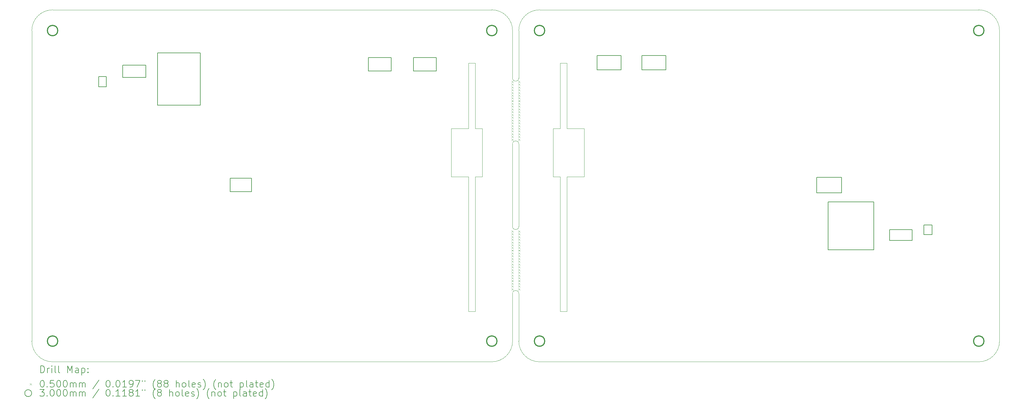
<source format=gbr>
%TF.GenerationSoftware,KiCad,Pcbnew,(6.0.9-0)*%
%TF.CreationDate,2022-12-15T09:10:32+08:00*%
%TF.ProjectId,3.1HeatingElement,332e3148-6561-4746-996e-67456c656d65,rev?*%
%TF.SameCoordinates,Original*%
%TF.FileFunction,Drillmap*%
%TF.FilePolarity,Positive*%
%FSLAX45Y45*%
G04 Gerber Fmt 4.5, Leading zero omitted, Abs format (unit mm)*
G04 Created by KiCad (PCBNEW (6.0.9-0)) date 2022-12-15 09:10:32*
%MOMM*%
%LPD*%
G01*
G04 APERTURE LIST*
%ADD10C,0.050000*%
%ADD11C,0.150000*%
%ADD12C,0.100000*%
%ADD13C,0.200000*%
%ADD14C,0.300000*%
G04 APERTURE END LIST*
D10*
X14720000Y-10980000D02*
G75*
G03*
X14900000Y-10980000I90000J0D01*
G01*
D11*
X2754440Y-6930000D02*
X2974440Y-6930000D01*
X2974440Y-6930000D02*
X2974440Y-6630000D01*
X2974440Y-6630000D02*
X2754440Y-6630000D01*
X2754440Y-6630000D02*
X2754440Y-6930000D01*
D10*
X14720000Y-6680000D02*
G75*
G03*
X14900000Y-6680000I90000J0D01*
G01*
D12*
X14120000Y-14900000D02*
G75*
G03*
X14720000Y-14300000I0J600000D01*
G01*
D11*
X6554440Y-9970000D02*
X7174440Y-9970000D01*
X7174440Y-9970000D02*
X7174440Y-9580000D01*
X7174440Y-9580000D02*
X6554440Y-9580000D01*
X6554440Y-9580000D02*
X6554440Y-9970000D01*
D10*
X16294440Y-9540000D02*
X16294440Y-13440000D01*
X12944440Y-8140000D02*
X13444440Y-8140000D01*
X13444440Y-13440000D02*
X13444440Y-9540000D01*
D11*
X17165000Y-6440000D02*
X17855000Y-6440000D01*
X17855000Y-6440000D02*
X17855000Y-6020000D01*
X17855000Y-6020000D02*
X17165000Y-6020000D01*
X17165000Y-6020000D02*
X17165000Y-6440000D01*
D10*
X13444440Y-6240000D02*
X13644440Y-6240000D01*
X28200000Y-14900000D02*
X15500000Y-14900000D01*
D12*
X14720000Y-5300000D02*
G75*
G03*
X14120000Y-4700000I-600000J0D01*
G01*
D10*
X14900000Y-12920000D02*
G75*
G03*
X14720000Y-12920000I-90000J0D01*
G01*
D11*
X10554440Y-6470000D02*
X11214440Y-6470000D01*
X11214440Y-6470000D02*
X11214440Y-6080000D01*
X11214440Y-6080000D02*
X10554440Y-6080000D01*
X10554440Y-6080000D02*
X10554440Y-6470000D01*
D10*
X14900000Y-8585000D02*
X14900000Y-10980000D01*
D11*
X18460000Y-6440000D02*
X19150000Y-6440000D01*
X19150000Y-6440000D02*
X19150000Y-6020000D01*
X19150000Y-6020000D02*
X18460000Y-6020000D01*
X18460000Y-6020000D02*
X18460000Y-6440000D01*
D10*
X12944440Y-9540000D02*
X12944440Y-8140000D01*
X16294440Y-13440000D02*
X16094440Y-13440000D01*
X28800000Y-5300000D02*
X28800000Y-14300000D01*
X14720000Y-12920000D02*
X14720000Y-14300000D01*
D12*
X15500000Y-4700000D02*
G75*
G03*
X14900000Y-5300000I0J-600000D01*
G01*
D10*
X13844440Y-9540000D02*
X13644440Y-9540000D01*
X15894440Y-8140000D02*
X16094440Y-8140000D01*
X16794440Y-8140000D02*
X16794440Y-9540000D01*
X820000Y-5300000D02*
X820000Y-14300000D01*
D12*
X14900000Y-14300000D02*
G75*
G03*
X15500000Y-14900000I600000J0D01*
G01*
X1420000Y-4700000D02*
G75*
G03*
X820000Y-5300000I0J-600000D01*
G01*
D10*
X13644440Y-6240000D02*
X13644440Y-8140000D01*
D11*
X23510000Y-10000000D02*
X24230000Y-10000000D01*
X24230000Y-10000000D02*
X24230000Y-9550000D01*
X24230000Y-9550000D02*
X23510000Y-9550000D01*
X23510000Y-9550000D02*
X23510000Y-10000000D01*
X23847749Y-11651091D02*
X25167749Y-11651091D01*
X25167749Y-11651091D02*
X25167749Y-10261091D01*
X25167749Y-10261091D02*
X23847749Y-10261091D01*
X23847749Y-10261091D02*
X23847749Y-11651091D01*
D10*
X14720000Y-6680000D02*
X14720000Y-5300000D01*
X1420000Y-4700000D02*
X14120000Y-4700000D01*
X15894440Y-9540000D02*
X15894440Y-8140000D01*
X1420000Y-14900000D02*
X14120000Y-14900000D01*
D11*
X25620000Y-11380000D02*
X26270000Y-11380000D01*
X26270000Y-11380000D02*
X26270000Y-11070000D01*
X26270000Y-11070000D02*
X25620000Y-11070000D01*
X25620000Y-11070000D02*
X25620000Y-11380000D01*
D10*
X13444440Y-9540000D02*
X12944440Y-9540000D01*
X13644440Y-8140000D02*
X13844440Y-8140000D01*
D11*
X4454440Y-5950000D02*
X5694440Y-5950000D01*
X5694440Y-5950000D02*
X5694440Y-7460000D01*
X5694440Y-7460000D02*
X4454440Y-7460000D01*
X4454440Y-7460000D02*
X4454440Y-5950000D01*
D12*
X28800000Y-5300000D02*
G75*
G03*
X28200000Y-4700000I-600000J0D01*
G01*
D11*
X3444440Y-6660000D02*
X4114440Y-6660000D01*
X4114440Y-6660000D02*
X4114440Y-6300000D01*
X4114440Y-6300000D02*
X3444440Y-6300000D01*
X3444440Y-6300000D02*
X3444440Y-6660000D01*
D10*
X16294440Y-6240000D02*
X16294440Y-8140000D01*
X16094440Y-9540000D02*
X15894440Y-9540000D01*
X14900000Y-5300000D02*
X14900000Y-6680000D01*
X16794440Y-9540000D02*
X16294440Y-9540000D01*
X13444440Y-8140000D02*
X13444440Y-6240000D01*
X13644440Y-9540000D02*
X13644440Y-13440000D01*
D12*
X820000Y-14300000D02*
G75*
G03*
X1420000Y-14900000I600000J0D01*
G01*
D10*
X16094440Y-8140000D02*
X16094440Y-6240000D01*
D12*
X28200000Y-14900000D02*
G75*
G03*
X28800000Y-14300000I0J600000D01*
G01*
D10*
X16094440Y-6240000D02*
X16294440Y-6240000D01*
X16094440Y-13440000D02*
X16094440Y-9540000D01*
X14900000Y-12920000D02*
X14900000Y-14300000D01*
D11*
X11854440Y-6470000D02*
X12514440Y-6470000D01*
X12514440Y-6470000D02*
X12514440Y-6080000D01*
X12514440Y-6080000D02*
X11854440Y-6080000D01*
X11854440Y-6080000D02*
X11854440Y-6470000D01*
D10*
X13844440Y-8140000D02*
X13844440Y-9540000D01*
X16294440Y-8140000D02*
X16794440Y-8140000D01*
X14900000Y-8585000D02*
G75*
G03*
X14720000Y-8585000I-90000J0D01*
G01*
D11*
X26610000Y-11210000D02*
X26850000Y-11210000D01*
X26850000Y-11210000D02*
X26850000Y-10930000D01*
X26850000Y-10930000D02*
X26610000Y-10930000D01*
X26610000Y-10930000D02*
X26610000Y-11210000D01*
D10*
X14720000Y-8585000D02*
X14720000Y-10980000D01*
X28200000Y-4700000D02*
X15500000Y-4700000D01*
X13644440Y-13440000D02*
X13444440Y-13440000D01*
D13*
D10*
X14689440Y-6760000D02*
X14739440Y-6810000D01*
X14739440Y-6760000D02*
X14689440Y-6810000D01*
X14689440Y-6840000D02*
X14739440Y-6890000D01*
X14739440Y-6840000D02*
X14689440Y-6890000D01*
X14689440Y-6920000D02*
X14739440Y-6970000D01*
X14739440Y-6920000D02*
X14689440Y-6970000D01*
X14689440Y-7000000D02*
X14739440Y-7050000D01*
X14739440Y-7000000D02*
X14689440Y-7050000D01*
X14689440Y-7080000D02*
X14739440Y-7130000D01*
X14739440Y-7080000D02*
X14689440Y-7130000D01*
X14689440Y-7160000D02*
X14739440Y-7210000D01*
X14739440Y-7160000D02*
X14689440Y-7210000D01*
X14689440Y-7235000D02*
X14739440Y-7285000D01*
X14739440Y-7235000D02*
X14689440Y-7285000D01*
X14689440Y-7315000D02*
X14739440Y-7365000D01*
X14739440Y-7315000D02*
X14689440Y-7365000D01*
X14689440Y-7395000D02*
X14739440Y-7445000D01*
X14739440Y-7395000D02*
X14689440Y-7445000D01*
X14689440Y-7475000D02*
X14739440Y-7525000D01*
X14739440Y-7475000D02*
X14689440Y-7525000D01*
X14689440Y-7555000D02*
X14739440Y-7605000D01*
X14739440Y-7555000D02*
X14689440Y-7605000D01*
X14689440Y-7635000D02*
X14739440Y-7685000D01*
X14739440Y-7635000D02*
X14689440Y-7685000D01*
X14689440Y-7715000D02*
X14739440Y-7765000D01*
X14739440Y-7715000D02*
X14689440Y-7765000D01*
X14689440Y-7795000D02*
X14739440Y-7845000D01*
X14739440Y-7795000D02*
X14689440Y-7845000D01*
X14689440Y-7875000D02*
X14739440Y-7925000D01*
X14739440Y-7875000D02*
X14689440Y-7925000D01*
X14689440Y-7955000D02*
X14739440Y-8005000D01*
X14739440Y-7955000D02*
X14689440Y-8005000D01*
X14689440Y-8035000D02*
X14739440Y-8085000D01*
X14739440Y-8035000D02*
X14689440Y-8085000D01*
X14689440Y-8115000D02*
X14739440Y-8165000D01*
X14739440Y-8115000D02*
X14689440Y-8165000D01*
X14689440Y-8195000D02*
X14739440Y-8245000D01*
X14739440Y-8195000D02*
X14689440Y-8245000D01*
X14689440Y-8275000D02*
X14739440Y-8325000D01*
X14739440Y-8275000D02*
X14689440Y-8325000D01*
X14689440Y-8355000D02*
X14739440Y-8405000D01*
X14739440Y-8355000D02*
X14689440Y-8405000D01*
X14689440Y-8435000D02*
X14739440Y-8485000D01*
X14739440Y-8435000D02*
X14689440Y-8485000D01*
X14689440Y-11095000D02*
X14739440Y-11145000D01*
X14739440Y-11095000D02*
X14689440Y-11145000D01*
X14689440Y-11175000D02*
X14739440Y-11225000D01*
X14739440Y-11175000D02*
X14689440Y-11225000D01*
X14689440Y-11255000D02*
X14739440Y-11305000D01*
X14739440Y-11255000D02*
X14689440Y-11305000D01*
X14689440Y-11335000D02*
X14739440Y-11385000D01*
X14739440Y-11335000D02*
X14689440Y-11385000D01*
X14689440Y-11415000D02*
X14739440Y-11465000D01*
X14739440Y-11415000D02*
X14689440Y-11465000D01*
X14689440Y-11495000D02*
X14739440Y-11545000D01*
X14739440Y-11495000D02*
X14689440Y-11545000D01*
X14689440Y-11570000D02*
X14739440Y-11620000D01*
X14739440Y-11570000D02*
X14689440Y-11620000D01*
X14689440Y-11650000D02*
X14739440Y-11700000D01*
X14739440Y-11650000D02*
X14689440Y-11700000D01*
X14689440Y-11730000D02*
X14739440Y-11780000D01*
X14739440Y-11730000D02*
X14689440Y-11780000D01*
X14689440Y-11810000D02*
X14739440Y-11860000D01*
X14739440Y-11810000D02*
X14689440Y-11860000D01*
X14689440Y-11890000D02*
X14739440Y-11940000D01*
X14739440Y-11890000D02*
X14689440Y-11940000D01*
X14689440Y-11970000D02*
X14739440Y-12020000D01*
X14739440Y-11970000D02*
X14689440Y-12020000D01*
X14689440Y-12050000D02*
X14739440Y-12100000D01*
X14739440Y-12050000D02*
X14689440Y-12100000D01*
X14689440Y-12130000D02*
X14739440Y-12180000D01*
X14739440Y-12130000D02*
X14689440Y-12180000D01*
X14689440Y-12210000D02*
X14739440Y-12260000D01*
X14739440Y-12210000D02*
X14689440Y-12260000D01*
X14689440Y-12290000D02*
X14739440Y-12340000D01*
X14739440Y-12290000D02*
X14689440Y-12340000D01*
X14689440Y-12370000D02*
X14739440Y-12420000D01*
X14739440Y-12370000D02*
X14689440Y-12420000D01*
X14689440Y-12450000D02*
X14739440Y-12500000D01*
X14739440Y-12450000D02*
X14689440Y-12500000D01*
X14689440Y-12530000D02*
X14739440Y-12580000D01*
X14739440Y-12530000D02*
X14689440Y-12580000D01*
X14689440Y-12610000D02*
X14739440Y-12660000D01*
X14739440Y-12610000D02*
X14689440Y-12660000D01*
X14689440Y-12690000D02*
X14739440Y-12740000D01*
X14739440Y-12690000D02*
X14689440Y-12740000D01*
X14689440Y-12770000D02*
X14739440Y-12820000D01*
X14739440Y-12770000D02*
X14689440Y-12820000D01*
X14884440Y-6760000D02*
X14934440Y-6810000D01*
X14934440Y-6760000D02*
X14884440Y-6810000D01*
X14884440Y-6840000D02*
X14934440Y-6890000D01*
X14934440Y-6840000D02*
X14884440Y-6890000D01*
X14884440Y-6920000D02*
X14934440Y-6970000D01*
X14934440Y-6920000D02*
X14884440Y-6970000D01*
X14884440Y-7000000D02*
X14934440Y-7050000D01*
X14934440Y-7000000D02*
X14884440Y-7050000D01*
X14884440Y-7080000D02*
X14934440Y-7130000D01*
X14934440Y-7080000D02*
X14884440Y-7130000D01*
X14884440Y-7160000D02*
X14934440Y-7210000D01*
X14934440Y-7160000D02*
X14884440Y-7210000D01*
X14884440Y-7235000D02*
X14934440Y-7285000D01*
X14934440Y-7235000D02*
X14884440Y-7285000D01*
X14884440Y-7315000D02*
X14934440Y-7365000D01*
X14934440Y-7315000D02*
X14884440Y-7365000D01*
X14884440Y-7395000D02*
X14934440Y-7445000D01*
X14934440Y-7395000D02*
X14884440Y-7445000D01*
X14884440Y-7475000D02*
X14934440Y-7525000D01*
X14934440Y-7475000D02*
X14884440Y-7525000D01*
X14884440Y-7555000D02*
X14934440Y-7605000D01*
X14934440Y-7555000D02*
X14884440Y-7605000D01*
X14884440Y-7635000D02*
X14934440Y-7685000D01*
X14934440Y-7635000D02*
X14884440Y-7685000D01*
X14884440Y-7715000D02*
X14934440Y-7765000D01*
X14934440Y-7715000D02*
X14884440Y-7765000D01*
X14884440Y-7795000D02*
X14934440Y-7845000D01*
X14934440Y-7795000D02*
X14884440Y-7845000D01*
X14884440Y-7875000D02*
X14934440Y-7925000D01*
X14934440Y-7875000D02*
X14884440Y-7925000D01*
X14884440Y-7955000D02*
X14934440Y-8005000D01*
X14934440Y-7955000D02*
X14884440Y-8005000D01*
X14884440Y-8035000D02*
X14934440Y-8085000D01*
X14934440Y-8035000D02*
X14884440Y-8085000D01*
X14884440Y-8115000D02*
X14934440Y-8165000D01*
X14934440Y-8115000D02*
X14884440Y-8165000D01*
X14884440Y-8195000D02*
X14934440Y-8245000D01*
X14934440Y-8195000D02*
X14884440Y-8245000D01*
X14884440Y-8275000D02*
X14934440Y-8325000D01*
X14934440Y-8275000D02*
X14884440Y-8325000D01*
X14884440Y-8355000D02*
X14934440Y-8405000D01*
X14934440Y-8355000D02*
X14884440Y-8405000D01*
X14884440Y-8435000D02*
X14934440Y-8485000D01*
X14934440Y-8435000D02*
X14884440Y-8485000D01*
X14884440Y-11095000D02*
X14934440Y-11145000D01*
X14934440Y-11095000D02*
X14884440Y-11145000D01*
X14884440Y-11175000D02*
X14934440Y-11225000D01*
X14934440Y-11175000D02*
X14884440Y-11225000D01*
X14884440Y-11255000D02*
X14934440Y-11305000D01*
X14934440Y-11255000D02*
X14884440Y-11305000D01*
X14884440Y-11335000D02*
X14934440Y-11385000D01*
X14934440Y-11335000D02*
X14884440Y-11385000D01*
X14884440Y-11415000D02*
X14934440Y-11465000D01*
X14934440Y-11415000D02*
X14884440Y-11465000D01*
X14884440Y-11495000D02*
X14934440Y-11545000D01*
X14934440Y-11495000D02*
X14884440Y-11545000D01*
X14884440Y-11570000D02*
X14934440Y-11620000D01*
X14934440Y-11570000D02*
X14884440Y-11620000D01*
X14884440Y-11650000D02*
X14934440Y-11700000D01*
X14934440Y-11650000D02*
X14884440Y-11700000D01*
X14884440Y-11730000D02*
X14934440Y-11780000D01*
X14934440Y-11730000D02*
X14884440Y-11780000D01*
X14884440Y-11810000D02*
X14934440Y-11860000D01*
X14934440Y-11810000D02*
X14884440Y-11860000D01*
X14884440Y-11890000D02*
X14934440Y-11940000D01*
X14934440Y-11890000D02*
X14884440Y-11940000D01*
X14884440Y-11970000D02*
X14934440Y-12020000D01*
X14934440Y-11970000D02*
X14884440Y-12020000D01*
X14884440Y-12050000D02*
X14934440Y-12100000D01*
X14934440Y-12050000D02*
X14884440Y-12100000D01*
X14884440Y-12130000D02*
X14934440Y-12180000D01*
X14934440Y-12130000D02*
X14884440Y-12180000D01*
X14884440Y-12210000D02*
X14934440Y-12260000D01*
X14934440Y-12210000D02*
X14884440Y-12260000D01*
X14884440Y-12290000D02*
X14934440Y-12340000D01*
X14934440Y-12290000D02*
X14884440Y-12340000D01*
X14884440Y-12370000D02*
X14934440Y-12420000D01*
X14934440Y-12370000D02*
X14884440Y-12420000D01*
X14884440Y-12450000D02*
X14934440Y-12500000D01*
X14934440Y-12450000D02*
X14884440Y-12500000D01*
X14884440Y-12530000D02*
X14934440Y-12580000D01*
X14934440Y-12530000D02*
X14884440Y-12580000D01*
X14884440Y-12610000D02*
X14934440Y-12660000D01*
X14934440Y-12610000D02*
X14884440Y-12660000D01*
X14884440Y-12690000D02*
X14934440Y-12740000D01*
X14934440Y-12690000D02*
X14884440Y-12740000D01*
X14884440Y-12770000D02*
X14934440Y-12820000D01*
X14934440Y-12770000D02*
X14884440Y-12820000D01*
D14*
X1570000Y-5300000D02*
G75*
G03*
X1570000Y-5300000I-150000J0D01*
G01*
X1570000Y-14300000D02*
G75*
G03*
X1570000Y-14300000I-150000J0D01*
G01*
X14270000Y-5300000D02*
G75*
G03*
X14270000Y-5300000I-150000J0D01*
G01*
X14270000Y-14300000D02*
G75*
G03*
X14270000Y-14300000I-150000J0D01*
G01*
X15650000Y-5300000D02*
G75*
G03*
X15650000Y-5300000I-150000J0D01*
G01*
X15650000Y-14300000D02*
G75*
G03*
X15650000Y-14300000I-150000J0D01*
G01*
X28350000Y-5300000D02*
G75*
G03*
X28350000Y-5300000I-150000J0D01*
G01*
X28350000Y-14300000D02*
G75*
G03*
X28350000Y-14300000I-150000J0D01*
G01*
D13*
X1072619Y-15215476D02*
X1072619Y-15015476D01*
X1120238Y-15015476D01*
X1148810Y-15025000D01*
X1167857Y-15044048D01*
X1177381Y-15063095D01*
X1186905Y-15101190D01*
X1186905Y-15129762D01*
X1177381Y-15167857D01*
X1167857Y-15186905D01*
X1148810Y-15205952D01*
X1120238Y-15215476D01*
X1072619Y-15215476D01*
X1272619Y-15215476D02*
X1272619Y-15082143D01*
X1272619Y-15120238D02*
X1282143Y-15101190D01*
X1291667Y-15091667D01*
X1310714Y-15082143D01*
X1329762Y-15082143D01*
X1396429Y-15215476D02*
X1396429Y-15082143D01*
X1396429Y-15015476D02*
X1386905Y-15025000D01*
X1396429Y-15034524D01*
X1405952Y-15025000D01*
X1396429Y-15015476D01*
X1396429Y-15034524D01*
X1520238Y-15215476D02*
X1501190Y-15205952D01*
X1491667Y-15186905D01*
X1491667Y-15015476D01*
X1625000Y-15215476D02*
X1605952Y-15205952D01*
X1596428Y-15186905D01*
X1596428Y-15015476D01*
X1853571Y-15215476D02*
X1853571Y-15015476D01*
X1920238Y-15158333D01*
X1986905Y-15015476D01*
X1986905Y-15215476D01*
X2167857Y-15215476D02*
X2167857Y-15110714D01*
X2158333Y-15091667D01*
X2139286Y-15082143D01*
X2101190Y-15082143D01*
X2082143Y-15091667D01*
X2167857Y-15205952D02*
X2148810Y-15215476D01*
X2101190Y-15215476D01*
X2082143Y-15205952D01*
X2072619Y-15186905D01*
X2072619Y-15167857D01*
X2082143Y-15148809D01*
X2101190Y-15139286D01*
X2148810Y-15139286D01*
X2167857Y-15129762D01*
X2263095Y-15082143D02*
X2263095Y-15282143D01*
X2263095Y-15091667D02*
X2282143Y-15082143D01*
X2320238Y-15082143D01*
X2339286Y-15091667D01*
X2348810Y-15101190D01*
X2358333Y-15120238D01*
X2358333Y-15177381D01*
X2348810Y-15196428D01*
X2339286Y-15205952D01*
X2320238Y-15215476D01*
X2282143Y-15215476D01*
X2263095Y-15205952D01*
X2444048Y-15196428D02*
X2453571Y-15205952D01*
X2444048Y-15215476D01*
X2434524Y-15205952D01*
X2444048Y-15196428D01*
X2444048Y-15215476D01*
X2444048Y-15091667D02*
X2453571Y-15101190D01*
X2444048Y-15110714D01*
X2434524Y-15101190D01*
X2444048Y-15091667D01*
X2444048Y-15110714D01*
D10*
X765000Y-15520000D02*
X815000Y-15570000D01*
X815000Y-15520000D02*
X765000Y-15570000D01*
D13*
X1110714Y-15435476D02*
X1129762Y-15435476D01*
X1148810Y-15445000D01*
X1158333Y-15454524D01*
X1167857Y-15473571D01*
X1177381Y-15511667D01*
X1177381Y-15559286D01*
X1167857Y-15597381D01*
X1158333Y-15616428D01*
X1148810Y-15625952D01*
X1129762Y-15635476D01*
X1110714Y-15635476D01*
X1091667Y-15625952D01*
X1082143Y-15616428D01*
X1072619Y-15597381D01*
X1063095Y-15559286D01*
X1063095Y-15511667D01*
X1072619Y-15473571D01*
X1082143Y-15454524D01*
X1091667Y-15445000D01*
X1110714Y-15435476D01*
X1263095Y-15616428D02*
X1272619Y-15625952D01*
X1263095Y-15635476D01*
X1253571Y-15625952D01*
X1263095Y-15616428D01*
X1263095Y-15635476D01*
X1453571Y-15435476D02*
X1358333Y-15435476D01*
X1348810Y-15530714D01*
X1358333Y-15521190D01*
X1377381Y-15511667D01*
X1425000Y-15511667D01*
X1444048Y-15521190D01*
X1453571Y-15530714D01*
X1463095Y-15549762D01*
X1463095Y-15597381D01*
X1453571Y-15616428D01*
X1444048Y-15625952D01*
X1425000Y-15635476D01*
X1377381Y-15635476D01*
X1358333Y-15625952D01*
X1348810Y-15616428D01*
X1586905Y-15435476D02*
X1605952Y-15435476D01*
X1625000Y-15445000D01*
X1634524Y-15454524D01*
X1644048Y-15473571D01*
X1653571Y-15511667D01*
X1653571Y-15559286D01*
X1644048Y-15597381D01*
X1634524Y-15616428D01*
X1625000Y-15625952D01*
X1605952Y-15635476D01*
X1586905Y-15635476D01*
X1567857Y-15625952D01*
X1558333Y-15616428D01*
X1548809Y-15597381D01*
X1539286Y-15559286D01*
X1539286Y-15511667D01*
X1548809Y-15473571D01*
X1558333Y-15454524D01*
X1567857Y-15445000D01*
X1586905Y-15435476D01*
X1777381Y-15435476D02*
X1796428Y-15435476D01*
X1815476Y-15445000D01*
X1825000Y-15454524D01*
X1834524Y-15473571D01*
X1844048Y-15511667D01*
X1844048Y-15559286D01*
X1834524Y-15597381D01*
X1825000Y-15616428D01*
X1815476Y-15625952D01*
X1796428Y-15635476D01*
X1777381Y-15635476D01*
X1758333Y-15625952D01*
X1748809Y-15616428D01*
X1739286Y-15597381D01*
X1729762Y-15559286D01*
X1729762Y-15511667D01*
X1739286Y-15473571D01*
X1748809Y-15454524D01*
X1758333Y-15445000D01*
X1777381Y-15435476D01*
X1929762Y-15635476D02*
X1929762Y-15502143D01*
X1929762Y-15521190D02*
X1939286Y-15511667D01*
X1958333Y-15502143D01*
X1986905Y-15502143D01*
X2005952Y-15511667D01*
X2015476Y-15530714D01*
X2015476Y-15635476D01*
X2015476Y-15530714D02*
X2025000Y-15511667D01*
X2044048Y-15502143D01*
X2072619Y-15502143D01*
X2091667Y-15511667D01*
X2101190Y-15530714D01*
X2101190Y-15635476D01*
X2196429Y-15635476D02*
X2196429Y-15502143D01*
X2196429Y-15521190D02*
X2205952Y-15511667D01*
X2225000Y-15502143D01*
X2253571Y-15502143D01*
X2272619Y-15511667D01*
X2282143Y-15530714D01*
X2282143Y-15635476D01*
X2282143Y-15530714D02*
X2291667Y-15511667D01*
X2310714Y-15502143D01*
X2339286Y-15502143D01*
X2358333Y-15511667D01*
X2367857Y-15530714D01*
X2367857Y-15635476D01*
X2758333Y-15425952D02*
X2586905Y-15683095D01*
X3015476Y-15435476D02*
X3034524Y-15435476D01*
X3053571Y-15445000D01*
X3063095Y-15454524D01*
X3072619Y-15473571D01*
X3082143Y-15511667D01*
X3082143Y-15559286D01*
X3072619Y-15597381D01*
X3063095Y-15616428D01*
X3053571Y-15625952D01*
X3034524Y-15635476D01*
X3015476Y-15635476D01*
X2996428Y-15625952D01*
X2986905Y-15616428D01*
X2977381Y-15597381D01*
X2967857Y-15559286D01*
X2967857Y-15511667D01*
X2977381Y-15473571D01*
X2986905Y-15454524D01*
X2996428Y-15445000D01*
X3015476Y-15435476D01*
X3167857Y-15616428D02*
X3177381Y-15625952D01*
X3167857Y-15635476D01*
X3158333Y-15625952D01*
X3167857Y-15616428D01*
X3167857Y-15635476D01*
X3301190Y-15435476D02*
X3320238Y-15435476D01*
X3339286Y-15445000D01*
X3348809Y-15454524D01*
X3358333Y-15473571D01*
X3367857Y-15511667D01*
X3367857Y-15559286D01*
X3358333Y-15597381D01*
X3348809Y-15616428D01*
X3339286Y-15625952D01*
X3320238Y-15635476D01*
X3301190Y-15635476D01*
X3282143Y-15625952D01*
X3272619Y-15616428D01*
X3263095Y-15597381D01*
X3253571Y-15559286D01*
X3253571Y-15511667D01*
X3263095Y-15473571D01*
X3272619Y-15454524D01*
X3282143Y-15445000D01*
X3301190Y-15435476D01*
X3558333Y-15635476D02*
X3444048Y-15635476D01*
X3501190Y-15635476D02*
X3501190Y-15435476D01*
X3482143Y-15464048D01*
X3463095Y-15483095D01*
X3444048Y-15492619D01*
X3653571Y-15635476D02*
X3691667Y-15635476D01*
X3710714Y-15625952D01*
X3720238Y-15616428D01*
X3739286Y-15587857D01*
X3748809Y-15549762D01*
X3748809Y-15473571D01*
X3739286Y-15454524D01*
X3729762Y-15445000D01*
X3710714Y-15435476D01*
X3672619Y-15435476D01*
X3653571Y-15445000D01*
X3644048Y-15454524D01*
X3634524Y-15473571D01*
X3634524Y-15521190D01*
X3644048Y-15540238D01*
X3653571Y-15549762D01*
X3672619Y-15559286D01*
X3710714Y-15559286D01*
X3729762Y-15549762D01*
X3739286Y-15540238D01*
X3748809Y-15521190D01*
X3815476Y-15435476D02*
X3948809Y-15435476D01*
X3863095Y-15635476D01*
X4015476Y-15435476D02*
X4015476Y-15473571D01*
X4091667Y-15435476D02*
X4091667Y-15473571D01*
X4386905Y-15711667D02*
X4377381Y-15702143D01*
X4358333Y-15673571D01*
X4348810Y-15654524D01*
X4339286Y-15625952D01*
X4329762Y-15578333D01*
X4329762Y-15540238D01*
X4339286Y-15492619D01*
X4348810Y-15464048D01*
X4358333Y-15445000D01*
X4377381Y-15416428D01*
X4386905Y-15406905D01*
X4491667Y-15521190D02*
X4472619Y-15511667D01*
X4463095Y-15502143D01*
X4453571Y-15483095D01*
X4453571Y-15473571D01*
X4463095Y-15454524D01*
X4472619Y-15445000D01*
X4491667Y-15435476D01*
X4529762Y-15435476D01*
X4548810Y-15445000D01*
X4558333Y-15454524D01*
X4567857Y-15473571D01*
X4567857Y-15483095D01*
X4558333Y-15502143D01*
X4548810Y-15511667D01*
X4529762Y-15521190D01*
X4491667Y-15521190D01*
X4472619Y-15530714D01*
X4463095Y-15540238D01*
X4453571Y-15559286D01*
X4453571Y-15597381D01*
X4463095Y-15616428D01*
X4472619Y-15625952D01*
X4491667Y-15635476D01*
X4529762Y-15635476D01*
X4548810Y-15625952D01*
X4558333Y-15616428D01*
X4567857Y-15597381D01*
X4567857Y-15559286D01*
X4558333Y-15540238D01*
X4548810Y-15530714D01*
X4529762Y-15521190D01*
X4682143Y-15521190D02*
X4663095Y-15511667D01*
X4653571Y-15502143D01*
X4644048Y-15483095D01*
X4644048Y-15473571D01*
X4653571Y-15454524D01*
X4663095Y-15445000D01*
X4682143Y-15435476D01*
X4720238Y-15435476D01*
X4739286Y-15445000D01*
X4748810Y-15454524D01*
X4758333Y-15473571D01*
X4758333Y-15483095D01*
X4748810Y-15502143D01*
X4739286Y-15511667D01*
X4720238Y-15521190D01*
X4682143Y-15521190D01*
X4663095Y-15530714D01*
X4653571Y-15540238D01*
X4644048Y-15559286D01*
X4644048Y-15597381D01*
X4653571Y-15616428D01*
X4663095Y-15625952D01*
X4682143Y-15635476D01*
X4720238Y-15635476D01*
X4739286Y-15625952D01*
X4748810Y-15616428D01*
X4758333Y-15597381D01*
X4758333Y-15559286D01*
X4748810Y-15540238D01*
X4739286Y-15530714D01*
X4720238Y-15521190D01*
X4996429Y-15635476D02*
X4996429Y-15435476D01*
X5082143Y-15635476D02*
X5082143Y-15530714D01*
X5072619Y-15511667D01*
X5053571Y-15502143D01*
X5025000Y-15502143D01*
X5005952Y-15511667D01*
X4996429Y-15521190D01*
X5205952Y-15635476D02*
X5186905Y-15625952D01*
X5177381Y-15616428D01*
X5167857Y-15597381D01*
X5167857Y-15540238D01*
X5177381Y-15521190D01*
X5186905Y-15511667D01*
X5205952Y-15502143D01*
X5234524Y-15502143D01*
X5253571Y-15511667D01*
X5263095Y-15521190D01*
X5272619Y-15540238D01*
X5272619Y-15597381D01*
X5263095Y-15616428D01*
X5253571Y-15625952D01*
X5234524Y-15635476D01*
X5205952Y-15635476D01*
X5386905Y-15635476D02*
X5367857Y-15625952D01*
X5358333Y-15606905D01*
X5358333Y-15435476D01*
X5539286Y-15625952D02*
X5520238Y-15635476D01*
X5482143Y-15635476D01*
X5463095Y-15625952D01*
X5453571Y-15606905D01*
X5453571Y-15530714D01*
X5463095Y-15511667D01*
X5482143Y-15502143D01*
X5520238Y-15502143D01*
X5539286Y-15511667D01*
X5548810Y-15530714D01*
X5548810Y-15549762D01*
X5453571Y-15568809D01*
X5625000Y-15625952D02*
X5644048Y-15635476D01*
X5682143Y-15635476D01*
X5701190Y-15625952D01*
X5710714Y-15606905D01*
X5710714Y-15597381D01*
X5701190Y-15578333D01*
X5682143Y-15568809D01*
X5653571Y-15568809D01*
X5634524Y-15559286D01*
X5625000Y-15540238D01*
X5625000Y-15530714D01*
X5634524Y-15511667D01*
X5653571Y-15502143D01*
X5682143Y-15502143D01*
X5701190Y-15511667D01*
X5777381Y-15711667D02*
X5786905Y-15702143D01*
X5805952Y-15673571D01*
X5815476Y-15654524D01*
X5825000Y-15625952D01*
X5834524Y-15578333D01*
X5834524Y-15540238D01*
X5825000Y-15492619D01*
X5815476Y-15464048D01*
X5805952Y-15445000D01*
X5786905Y-15416428D01*
X5777381Y-15406905D01*
X6139286Y-15711667D02*
X6129762Y-15702143D01*
X6110714Y-15673571D01*
X6101190Y-15654524D01*
X6091667Y-15625952D01*
X6082143Y-15578333D01*
X6082143Y-15540238D01*
X6091667Y-15492619D01*
X6101190Y-15464048D01*
X6110714Y-15445000D01*
X6129762Y-15416428D01*
X6139286Y-15406905D01*
X6215476Y-15502143D02*
X6215476Y-15635476D01*
X6215476Y-15521190D02*
X6225000Y-15511667D01*
X6244048Y-15502143D01*
X6272619Y-15502143D01*
X6291667Y-15511667D01*
X6301190Y-15530714D01*
X6301190Y-15635476D01*
X6425000Y-15635476D02*
X6405952Y-15625952D01*
X6396428Y-15616428D01*
X6386905Y-15597381D01*
X6386905Y-15540238D01*
X6396428Y-15521190D01*
X6405952Y-15511667D01*
X6425000Y-15502143D01*
X6453571Y-15502143D01*
X6472619Y-15511667D01*
X6482143Y-15521190D01*
X6491667Y-15540238D01*
X6491667Y-15597381D01*
X6482143Y-15616428D01*
X6472619Y-15625952D01*
X6453571Y-15635476D01*
X6425000Y-15635476D01*
X6548809Y-15502143D02*
X6625000Y-15502143D01*
X6577381Y-15435476D02*
X6577381Y-15606905D01*
X6586905Y-15625952D01*
X6605952Y-15635476D01*
X6625000Y-15635476D01*
X6844048Y-15502143D02*
X6844048Y-15702143D01*
X6844048Y-15511667D02*
X6863095Y-15502143D01*
X6901190Y-15502143D01*
X6920238Y-15511667D01*
X6929762Y-15521190D01*
X6939286Y-15540238D01*
X6939286Y-15597381D01*
X6929762Y-15616428D01*
X6920238Y-15625952D01*
X6901190Y-15635476D01*
X6863095Y-15635476D01*
X6844048Y-15625952D01*
X7053571Y-15635476D02*
X7034524Y-15625952D01*
X7025000Y-15606905D01*
X7025000Y-15435476D01*
X7215476Y-15635476D02*
X7215476Y-15530714D01*
X7205952Y-15511667D01*
X7186905Y-15502143D01*
X7148809Y-15502143D01*
X7129762Y-15511667D01*
X7215476Y-15625952D02*
X7196428Y-15635476D01*
X7148809Y-15635476D01*
X7129762Y-15625952D01*
X7120238Y-15606905D01*
X7120238Y-15587857D01*
X7129762Y-15568809D01*
X7148809Y-15559286D01*
X7196428Y-15559286D01*
X7215476Y-15549762D01*
X7282143Y-15502143D02*
X7358333Y-15502143D01*
X7310714Y-15435476D02*
X7310714Y-15606905D01*
X7320238Y-15625952D01*
X7339286Y-15635476D01*
X7358333Y-15635476D01*
X7501190Y-15625952D02*
X7482143Y-15635476D01*
X7444048Y-15635476D01*
X7425000Y-15625952D01*
X7415476Y-15606905D01*
X7415476Y-15530714D01*
X7425000Y-15511667D01*
X7444048Y-15502143D01*
X7482143Y-15502143D01*
X7501190Y-15511667D01*
X7510714Y-15530714D01*
X7510714Y-15549762D01*
X7415476Y-15568809D01*
X7682143Y-15635476D02*
X7682143Y-15435476D01*
X7682143Y-15625952D02*
X7663095Y-15635476D01*
X7625000Y-15635476D01*
X7605952Y-15625952D01*
X7596428Y-15616428D01*
X7586905Y-15597381D01*
X7586905Y-15540238D01*
X7596428Y-15521190D01*
X7605952Y-15511667D01*
X7625000Y-15502143D01*
X7663095Y-15502143D01*
X7682143Y-15511667D01*
X7758333Y-15711667D02*
X7767857Y-15702143D01*
X7786905Y-15673571D01*
X7796428Y-15654524D01*
X7805952Y-15625952D01*
X7815476Y-15578333D01*
X7815476Y-15540238D01*
X7805952Y-15492619D01*
X7796428Y-15464048D01*
X7786905Y-15445000D01*
X7767857Y-15416428D01*
X7758333Y-15406905D01*
X815000Y-15809000D02*
G75*
G03*
X815000Y-15809000I-100000J0D01*
G01*
X1053571Y-15699476D02*
X1177381Y-15699476D01*
X1110714Y-15775667D01*
X1139286Y-15775667D01*
X1158333Y-15785190D01*
X1167857Y-15794714D01*
X1177381Y-15813762D01*
X1177381Y-15861381D01*
X1167857Y-15880428D01*
X1158333Y-15889952D01*
X1139286Y-15899476D01*
X1082143Y-15899476D01*
X1063095Y-15889952D01*
X1053571Y-15880428D01*
X1263095Y-15880428D02*
X1272619Y-15889952D01*
X1263095Y-15899476D01*
X1253571Y-15889952D01*
X1263095Y-15880428D01*
X1263095Y-15899476D01*
X1396429Y-15699476D02*
X1415476Y-15699476D01*
X1434524Y-15709000D01*
X1444048Y-15718524D01*
X1453571Y-15737571D01*
X1463095Y-15775667D01*
X1463095Y-15823286D01*
X1453571Y-15861381D01*
X1444048Y-15880428D01*
X1434524Y-15889952D01*
X1415476Y-15899476D01*
X1396429Y-15899476D01*
X1377381Y-15889952D01*
X1367857Y-15880428D01*
X1358333Y-15861381D01*
X1348810Y-15823286D01*
X1348810Y-15775667D01*
X1358333Y-15737571D01*
X1367857Y-15718524D01*
X1377381Y-15709000D01*
X1396429Y-15699476D01*
X1586905Y-15699476D02*
X1605952Y-15699476D01*
X1625000Y-15709000D01*
X1634524Y-15718524D01*
X1644048Y-15737571D01*
X1653571Y-15775667D01*
X1653571Y-15823286D01*
X1644048Y-15861381D01*
X1634524Y-15880428D01*
X1625000Y-15889952D01*
X1605952Y-15899476D01*
X1586905Y-15899476D01*
X1567857Y-15889952D01*
X1558333Y-15880428D01*
X1548809Y-15861381D01*
X1539286Y-15823286D01*
X1539286Y-15775667D01*
X1548809Y-15737571D01*
X1558333Y-15718524D01*
X1567857Y-15709000D01*
X1586905Y-15699476D01*
X1777381Y-15699476D02*
X1796428Y-15699476D01*
X1815476Y-15709000D01*
X1825000Y-15718524D01*
X1834524Y-15737571D01*
X1844048Y-15775667D01*
X1844048Y-15823286D01*
X1834524Y-15861381D01*
X1825000Y-15880428D01*
X1815476Y-15889952D01*
X1796428Y-15899476D01*
X1777381Y-15899476D01*
X1758333Y-15889952D01*
X1748809Y-15880428D01*
X1739286Y-15861381D01*
X1729762Y-15823286D01*
X1729762Y-15775667D01*
X1739286Y-15737571D01*
X1748809Y-15718524D01*
X1758333Y-15709000D01*
X1777381Y-15699476D01*
X1929762Y-15899476D02*
X1929762Y-15766143D01*
X1929762Y-15785190D02*
X1939286Y-15775667D01*
X1958333Y-15766143D01*
X1986905Y-15766143D01*
X2005952Y-15775667D01*
X2015476Y-15794714D01*
X2015476Y-15899476D01*
X2015476Y-15794714D02*
X2025000Y-15775667D01*
X2044048Y-15766143D01*
X2072619Y-15766143D01*
X2091667Y-15775667D01*
X2101190Y-15794714D01*
X2101190Y-15899476D01*
X2196429Y-15899476D02*
X2196429Y-15766143D01*
X2196429Y-15785190D02*
X2205952Y-15775667D01*
X2225000Y-15766143D01*
X2253571Y-15766143D01*
X2272619Y-15775667D01*
X2282143Y-15794714D01*
X2282143Y-15899476D01*
X2282143Y-15794714D02*
X2291667Y-15775667D01*
X2310714Y-15766143D01*
X2339286Y-15766143D01*
X2358333Y-15775667D01*
X2367857Y-15794714D01*
X2367857Y-15899476D01*
X2758333Y-15689952D02*
X2586905Y-15947095D01*
X3015476Y-15699476D02*
X3034524Y-15699476D01*
X3053571Y-15709000D01*
X3063095Y-15718524D01*
X3072619Y-15737571D01*
X3082143Y-15775667D01*
X3082143Y-15823286D01*
X3072619Y-15861381D01*
X3063095Y-15880428D01*
X3053571Y-15889952D01*
X3034524Y-15899476D01*
X3015476Y-15899476D01*
X2996428Y-15889952D01*
X2986905Y-15880428D01*
X2977381Y-15861381D01*
X2967857Y-15823286D01*
X2967857Y-15775667D01*
X2977381Y-15737571D01*
X2986905Y-15718524D01*
X2996428Y-15709000D01*
X3015476Y-15699476D01*
X3167857Y-15880428D02*
X3177381Y-15889952D01*
X3167857Y-15899476D01*
X3158333Y-15889952D01*
X3167857Y-15880428D01*
X3167857Y-15899476D01*
X3367857Y-15899476D02*
X3253571Y-15899476D01*
X3310714Y-15899476D02*
X3310714Y-15699476D01*
X3291667Y-15728048D01*
X3272619Y-15747095D01*
X3253571Y-15756619D01*
X3558333Y-15899476D02*
X3444048Y-15899476D01*
X3501190Y-15899476D02*
X3501190Y-15699476D01*
X3482143Y-15728048D01*
X3463095Y-15747095D01*
X3444048Y-15756619D01*
X3672619Y-15785190D02*
X3653571Y-15775667D01*
X3644048Y-15766143D01*
X3634524Y-15747095D01*
X3634524Y-15737571D01*
X3644048Y-15718524D01*
X3653571Y-15709000D01*
X3672619Y-15699476D01*
X3710714Y-15699476D01*
X3729762Y-15709000D01*
X3739286Y-15718524D01*
X3748809Y-15737571D01*
X3748809Y-15747095D01*
X3739286Y-15766143D01*
X3729762Y-15775667D01*
X3710714Y-15785190D01*
X3672619Y-15785190D01*
X3653571Y-15794714D01*
X3644048Y-15804238D01*
X3634524Y-15823286D01*
X3634524Y-15861381D01*
X3644048Y-15880428D01*
X3653571Y-15889952D01*
X3672619Y-15899476D01*
X3710714Y-15899476D01*
X3729762Y-15889952D01*
X3739286Y-15880428D01*
X3748809Y-15861381D01*
X3748809Y-15823286D01*
X3739286Y-15804238D01*
X3729762Y-15794714D01*
X3710714Y-15785190D01*
X3939286Y-15899476D02*
X3825000Y-15899476D01*
X3882143Y-15899476D02*
X3882143Y-15699476D01*
X3863095Y-15728048D01*
X3844048Y-15747095D01*
X3825000Y-15756619D01*
X4015476Y-15699476D02*
X4015476Y-15737571D01*
X4091667Y-15699476D02*
X4091667Y-15737571D01*
X4386905Y-15975667D02*
X4377381Y-15966143D01*
X4358333Y-15937571D01*
X4348810Y-15918524D01*
X4339286Y-15889952D01*
X4329762Y-15842333D01*
X4329762Y-15804238D01*
X4339286Y-15756619D01*
X4348810Y-15728048D01*
X4358333Y-15709000D01*
X4377381Y-15680428D01*
X4386905Y-15670905D01*
X4491667Y-15785190D02*
X4472619Y-15775667D01*
X4463095Y-15766143D01*
X4453571Y-15747095D01*
X4453571Y-15737571D01*
X4463095Y-15718524D01*
X4472619Y-15709000D01*
X4491667Y-15699476D01*
X4529762Y-15699476D01*
X4548810Y-15709000D01*
X4558333Y-15718524D01*
X4567857Y-15737571D01*
X4567857Y-15747095D01*
X4558333Y-15766143D01*
X4548810Y-15775667D01*
X4529762Y-15785190D01*
X4491667Y-15785190D01*
X4472619Y-15794714D01*
X4463095Y-15804238D01*
X4453571Y-15823286D01*
X4453571Y-15861381D01*
X4463095Y-15880428D01*
X4472619Y-15889952D01*
X4491667Y-15899476D01*
X4529762Y-15899476D01*
X4548810Y-15889952D01*
X4558333Y-15880428D01*
X4567857Y-15861381D01*
X4567857Y-15823286D01*
X4558333Y-15804238D01*
X4548810Y-15794714D01*
X4529762Y-15785190D01*
X4805952Y-15899476D02*
X4805952Y-15699476D01*
X4891667Y-15899476D02*
X4891667Y-15794714D01*
X4882143Y-15775667D01*
X4863095Y-15766143D01*
X4834524Y-15766143D01*
X4815476Y-15775667D01*
X4805952Y-15785190D01*
X5015476Y-15899476D02*
X4996429Y-15889952D01*
X4986905Y-15880428D01*
X4977381Y-15861381D01*
X4977381Y-15804238D01*
X4986905Y-15785190D01*
X4996429Y-15775667D01*
X5015476Y-15766143D01*
X5044048Y-15766143D01*
X5063095Y-15775667D01*
X5072619Y-15785190D01*
X5082143Y-15804238D01*
X5082143Y-15861381D01*
X5072619Y-15880428D01*
X5063095Y-15889952D01*
X5044048Y-15899476D01*
X5015476Y-15899476D01*
X5196429Y-15899476D02*
X5177381Y-15889952D01*
X5167857Y-15870905D01*
X5167857Y-15699476D01*
X5348810Y-15889952D02*
X5329762Y-15899476D01*
X5291667Y-15899476D01*
X5272619Y-15889952D01*
X5263095Y-15870905D01*
X5263095Y-15794714D01*
X5272619Y-15775667D01*
X5291667Y-15766143D01*
X5329762Y-15766143D01*
X5348810Y-15775667D01*
X5358333Y-15794714D01*
X5358333Y-15813762D01*
X5263095Y-15832809D01*
X5434524Y-15889952D02*
X5453571Y-15899476D01*
X5491667Y-15899476D01*
X5510714Y-15889952D01*
X5520238Y-15870905D01*
X5520238Y-15861381D01*
X5510714Y-15842333D01*
X5491667Y-15832809D01*
X5463095Y-15832809D01*
X5444048Y-15823286D01*
X5434524Y-15804238D01*
X5434524Y-15794714D01*
X5444048Y-15775667D01*
X5463095Y-15766143D01*
X5491667Y-15766143D01*
X5510714Y-15775667D01*
X5586905Y-15975667D02*
X5596428Y-15966143D01*
X5615476Y-15937571D01*
X5625000Y-15918524D01*
X5634524Y-15889952D01*
X5644048Y-15842333D01*
X5644048Y-15804238D01*
X5634524Y-15756619D01*
X5625000Y-15728048D01*
X5615476Y-15709000D01*
X5596428Y-15680428D01*
X5586905Y-15670905D01*
X5948809Y-15975667D02*
X5939286Y-15966143D01*
X5920238Y-15937571D01*
X5910714Y-15918524D01*
X5901190Y-15889952D01*
X5891667Y-15842333D01*
X5891667Y-15804238D01*
X5901190Y-15756619D01*
X5910714Y-15728048D01*
X5920238Y-15709000D01*
X5939286Y-15680428D01*
X5948809Y-15670905D01*
X6025000Y-15766143D02*
X6025000Y-15899476D01*
X6025000Y-15785190D02*
X6034524Y-15775667D01*
X6053571Y-15766143D01*
X6082143Y-15766143D01*
X6101190Y-15775667D01*
X6110714Y-15794714D01*
X6110714Y-15899476D01*
X6234524Y-15899476D02*
X6215476Y-15889952D01*
X6205952Y-15880428D01*
X6196428Y-15861381D01*
X6196428Y-15804238D01*
X6205952Y-15785190D01*
X6215476Y-15775667D01*
X6234524Y-15766143D01*
X6263095Y-15766143D01*
X6282143Y-15775667D01*
X6291667Y-15785190D01*
X6301190Y-15804238D01*
X6301190Y-15861381D01*
X6291667Y-15880428D01*
X6282143Y-15889952D01*
X6263095Y-15899476D01*
X6234524Y-15899476D01*
X6358333Y-15766143D02*
X6434524Y-15766143D01*
X6386905Y-15699476D02*
X6386905Y-15870905D01*
X6396428Y-15889952D01*
X6415476Y-15899476D01*
X6434524Y-15899476D01*
X6653571Y-15766143D02*
X6653571Y-15966143D01*
X6653571Y-15775667D02*
X6672619Y-15766143D01*
X6710714Y-15766143D01*
X6729762Y-15775667D01*
X6739286Y-15785190D01*
X6748809Y-15804238D01*
X6748809Y-15861381D01*
X6739286Y-15880428D01*
X6729762Y-15889952D01*
X6710714Y-15899476D01*
X6672619Y-15899476D01*
X6653571Y-15889952D01*
X6863095Y-15899476D02*
X6844048Y-15889952D01*
X6834524Y-15870905D01*
X6834524Y-15699476D01*
X7025000Y-15899476D02*
X7025000Y-15794714D01*
X7015476Y-15775667D01*
X6996428Y-15766143D01*
X6958333Y-15766143D01*
X6939286Y-15775667D01*
X7025000Y-15889952D02*
X7005952Y-15899476D01*
X6958333Y-15899476D01*
X6939286Y-15889952D01*
X6929762Y-15870905D01*
X6929762Y-15851857D01*
X6939286Y-15832809D01*
X6958333Y-15823286D01*
X7005952Y-15823286D01*
X7025000Y-15813762D01*
X7091667Y-15766143D02*
X7167857Y-15766143D01*
X7120238Y-15699476D02*
X7120238Y-15870905D01*
X7129762Y-15889952D01*
X7148809Y-15899476D01*
X7167857Y-15899476D01*
X7310714Y-15889952D02*
X7291667Y-15899476D01*
X7253571Y-15899476D01*
X7234524Y-15889952D01*
X7225000Y-15870905D01*
X7225000Y-15794714D01*
X7234524Y-15775667D01*
X7253571Y-15766143D01*
X7291667Y-15766143D01*
X7310714Y-15775667D01*
X7320238Y-15794714D01*
X7320238Y-15813762D01*
X7225000Y-15832809D01*
X7491667Y-15899476D02*
X7491667Y-15699476D01*
X7491667Y-15889952D02*
X7472619Y-15899476D01*
X7434524Y-15899476D01*
X7415476Y-15889952D01*
X7405952Y-15880428D01*
X7396428Y-15861381D01*
X7396428Y-15804238D01*
X7405952Y-15785190D01*
X7415476Y-15775667D01*
X7434524Y-15766143D01*
X7472619Y-15766143D01*
X7491667Y-15775667D01*
X7567857Y-15975667D02*
X7577381Y-15966143D01*
X7596428Y-15937571D01*
X7605952Y-15918524D01*
X7615476Y-15889952D01*
X7625000Y-15842333D01*
X7625000Y-15804238D01*
X7615476Y-15756619D01*
X7605952Y-15728048D01*
X7596428Y-15709000D01*
X7577381Y-15680428D01*
X7567857Y-15670905D01*
M02*

</source>
